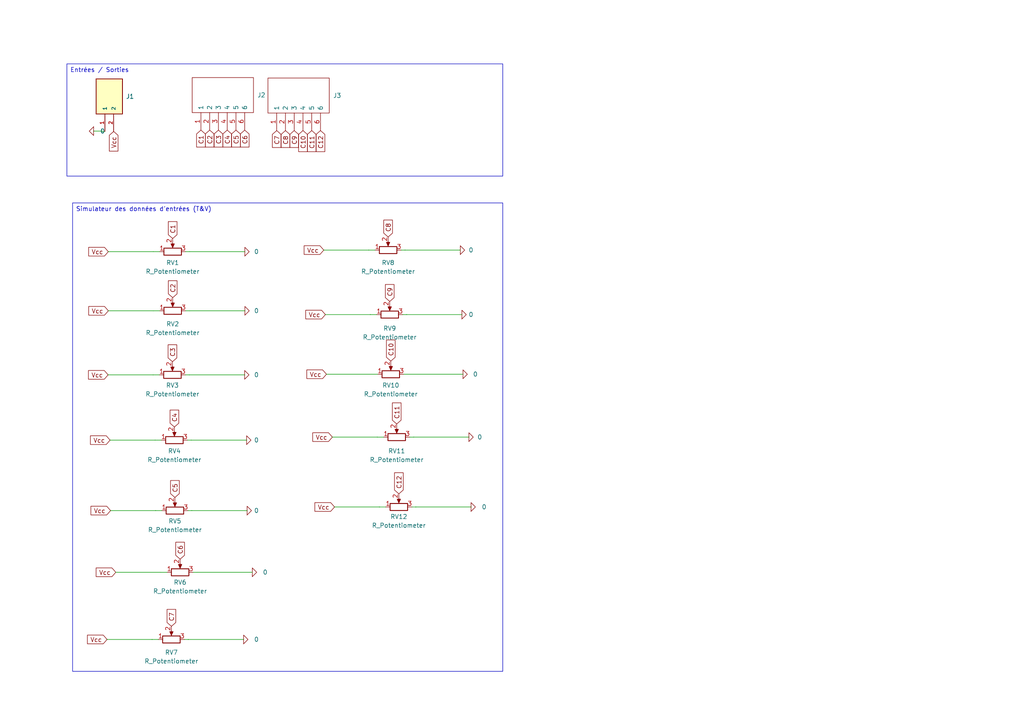
<source format=kicad_sch>
(kicad_sch (version 20231120) (generator "eeschema") (generator_version "8.0")
  (paper "A4")
  (lib_symbols
    (symbol "Device:R_Potentiometer" (pin_names (offset 1.016) hide)
      (property "Reference" "RV" (at -4.445 0 90))
      (property "Value" "R_Potentiometer" (at -2.54 0 90))
      (symbol "R_Potentiometer_0_1"
        (polyline (pts (xy 2.54 0) (xy 1.524 0)))
        (polyline (pts (xy 1.143 0) (xy 2.286 0.508) (xy 2.286 -0.508) (xy 1.143 0)) (fill (type outline)))
        (rectangle (start 1.016 2.54) (end -1.016 -2.54) (stroke (width 0.254)))
      )
      (symbol "R_Potentiometer_1_1"
        (pin passive line (at 0 3.81 270) (length 1.27) (name "1") (number "1"))
        (pin passive line (at 3.81 0 180) (length 1.27) (name "2") (number "2"))
        (pin passive line (at 0 -3.81 90) (length 1.27) (name "3") (number "3"))
      )
    )
    (symbol "EPSA_lib:2P Droit 22-11-2022" (pin_names (offset 1.016))
      (property "Reference" "J" (at 0 -2.54 0))
      (symbol "2P Droit 22-11-2022_0_0"
        (rectangle (start -5.08 2.54) (end 5.08 -5.08) (stroke (width 0.254)) (fill (type background)))
        (pin passive line (at -10.16 0 0) (length 5.08) (name "1") (number "1"))
        (pin passive line (at -10.16 -2.54 0) (length 5.08) (name "2") (number "2"))
      )
    )
    (symbol "EPSA_lib:6P Droit 22-11-2062" (pin_names (offset 0.762))
      (property "Reference" "J" (at 10.16 -6.35 0))
      (symbol "6P Droit 22-11-2062_0_0"
        (pin passive line (at 0 0 0) (length 5.08) (name "1") (number "1"))
        (pin passive line (at 0 -2.54 0) (length 5.08) (name "2") (number "2"))
        (pin passive line (at 0 -5.08 0) (length 5.08) (name "3") (number "3"))
        (pin passive line (at 0 -7.62 0) (length 5.08) (name "4") (number "4"))
        (pin passive line (at 0 -10.16 0) (length 5.08) (name "5") (number "5"))
        (pin passive line (at 0 -12.7 0) (length 5.08) (name "6") (number "6"))
      )
      (symbol "6P Droit 22-11-2062_0_1"
        (polyline (pts (xy 5.08 2.54) (xy 15.24 2.54) (xy 15.24 -15.24) (xy 5.08 -15.24) (xy 5.08 2.54)) (stroke (width 0.1524)))
      )
    )
    (symbol "Simulation_SPICE:0" (power) (pin_numbers hide) (pin_names (offset 0) hide)
      (property "Value" "0" (at 0 -2.54 0))
      (symbol "0_0_1"
        (polyline (pts (xy -1.27 0) (xy 0 -1.27) (xy 1.27 0) (xy -1.27 0)))
      )
      (symbol "0_1_1"
        (pin power_in line (at 0 0 0) (length 0) (name "~") (number "1"))
      )
    )
  )
  (wire (pts (xy 110.0793 147.0438) (xy 110.0793 147.0464)))
  (wire (pts (xy 31.0543 185.4696) (xy 44.1091 185.4696)))
  (wire (pts (xy 45.1252 148.0951) (xy 46.9214 148.0951)))
  (wire (pts (xy 71.0139 72.9942) (xy 54.9791 72.9942)))
  (wire (pts (xy 31.3559 108.7227) (xy 44.4107 108.7227)))
  (wire (pts (xy 107.4296 91.2455) (xy 109.2258 91.2455)))
  (wire (pts (xy 54.6182 185.4696) (xy 54.6182 185.4722)))
  (wire (pts (xy 44.47 72.9968) (xy 46.2662 72.9968)))
  (wire (pts (xy 109.4559 126.7809) (xy 109.4559 126.7835)))
  (wire (pts (xy 46.6349 165.9848) (xy 46.6349 165.9874)))
  (wire (pts (xy 32.0704 148.0925) (xy 45.1252 148.0925)))
  (wire (pts (xy 29.6719 38.1317) (xy 30.4254 38.1317)))
  (wire (pts (xy 117.4711 72.5387) (xy 117.4711 72.5413)))
  (wire (pts (xy 117.9387 91.2455) (xy 116.8458 91.2455)))
  (wire (pts (xy 97.0245 147.0438) (xy 110.0793 147.0438)))
  (wire (pts (xy 94.6865 108.5443) (xy 107.7413 108.5443)))
  (wire (pts (xy 54.9198 108.7227) (xy 54.9198 108.7253)))
  (wire (pts (xy 44.9823 127.66) (xy 46.7785 127.66)))
  (wire (pts (xy 45.1252 148.0925) (xy 45.1252 148.0951)))
  (wire (pts (xy 117.4711 72.5413) (xy 116.3782 72.5413)))
  (wire (pts (xy 106.962 72.5413) (xy 108.7582 72.5413)))
  (wire (pts (xy 57.144 165.9874) (xy 56.0511 165.9874)))
  (wire (pts (xy 44.4107 108.7227) (xy 44.4107 108.7253)))
  (wire (pts (xy 27.1541 38.0281) (xy 29.6719 38.0281)))
  (wire (pts (xy 118.2504 108.5469) (xy 117.1575 108.5469)))
  (wire (pts (xy 29.6719 38.0281) (xy 29.6719 38.1317)))
  (wire (pts (xy 119.965 126.7835) (xy 118.8721 126.7835)))
  (wire (pts (xy 133.5059 72.5387) (xy 117.4711 72.5387)))
  (wire (pts (xy 71.026 90.1452) (xy 54.9912 90.1452)))
  (wire (pts (xy 94.3748 91.2429) (xy 107.4296 91.2429)))
  (wire (pts (xy 54.9912 90.1478) (xy 53.8983 90.1478)))
  (wire (pts (xy 44.1091 185.4696) (xy 44.1091 185.4722)))
  (wire (pts (xy 93.9072 72.5387) (xy 106.962 72.5387)))
  (wire (pts (xy 110.0793 147.0464) (xy 111.8755 147.0464)))
  (wire (pts (xy 73.1788 165.9848) (xy 57.144 165.9848)))
  (wire (pts (xy 54.9198 108.7253) (xy 53.8269 108.7253)))
  (wire (pts (xy 133.9735 91.2429) (xy 117.9387 91.2429)))
  (wire (pts (xy 44.4821 90.1478) (xy 46.2783 90.1478)))
  (wire (pts (xy 106.962 72.5387) (xy 106.962 72.5413)))
  (wire (pts (xy 44.1091 185.4722) (xy 45.9053 185.4722)))
  (wire (pts (xy 54.9791 72.9942) (xy 54.9791 72.9968)))
  (wire (pts (xy 44.9823 127.6574) (xy 44.9823 127.66)))
  (wire (pts (xy 134.2852 108.5443) (xy 118.2504 108.5443)))
  (wire (pts (xy 33.5801 165.9848) (xy 46.6349 165.9848)))
  (wire (pts (xy 55.4914 127.6574) (xy 55.4914 127.66)))
  (wire (pts (xy 55.4914 127.66) (xy 54.3985 127.66)))
  (wire (pts (xy 44.47 72.9942) (xy 44.47 72.9968)))
  (wire (pts (xy 31.4152 72.9942) (xy 44.47 72.9942)))
  (wire (pts (xy 135.9998 126.7809) (xy 119.965 126.7809)))
  (wire (pts (xy 57.144 165.9848) (xy 57.144 165.9874)))
  (wire (pts (xy 107.7413 108.5443) (xy 107.7413 108.5469)))
  (wire (pts (xy 44.4107 108.7253) (xy 46.2069 108.7253)))
  (wire (pts (xy 71.5262 127.6574) (xy 55.4914 127.6574)))
  (wire (pts (xy 96.4011 126.7809) (xy 109.4559 126.7809)))
  (wire (pts (xy 54.9791 72.9968) (xy 53.8862 72.9968)))
  (wire (pts (xy 55.6343 148.0951) (xy 54.5414 148.0951)))
  (wire (pts (xy 119.965 126.7809) (xy 119.965 126.7835)))
  (wire (pts (xy 71.6691 148.0925) (xy 55.6343 148.0925)))
  (wire (pts (xy 120.5884 147.0464) (xy 119.4955 147.0464)))
  (wire (pts (xy 107.4296 91.2429) (xy 107.4296 91.2455)))
  (wire (pts (xy 117.9387 91.2429) (xy 117.9387 91.2455)))
  (wire (pts (xy 54.6182 185.4722) (xy 53.5253 185.4722)))
  (wire (pts (xy 70.653 185.4696) (xy 54.6182 185.4696)))
  (wire (pts (xy 44.4821 90.1452) (xy 44.4821 90.1478)))
  (wire (pts (xy 109.4559 126.7835) (xy 111.2521 126.7835)))
  (wire (pts (xy 31.9275 127.6574) (xy 44.9823 127.6574)))
  (wire (pts (xy 55.6343 148.0925) (xy 55.6343 148.0951)))
  (wire (pts (xy 120.5884 147.0438) (xy 120.5884 147.0464)))
  (wire (pts (xy 107.7413 108.5469) (xy 109.5375 108.5469)))
  (wire (pts (xy 70.9546 108.7227) (xy 54.9198 108.7227)))
  (wire (pts (xy 54.9912 90.1452) (xy 54.9912 90.1478)))
  (wire (pts (xy 46.6349 165.9874) (xy 48.4311 165.9874)))
  (wire (pts (xy 136.6232 147.0438) (xy 120.5884 147.0438)))
  (wire (pts (xy 118.2504 108.5443) (xy 118.2504 108.5469)))
  (wire (pts (xy 31.4273 90.1452) (xy 44.4821 90.1452)))
  (text_box "Entrées / Sorties" (at 19.403 18.5291 0) (size 126.4216 32.5488) (effects (font (size 1.27 1.27)) (justify left top)))
  (text_box "Simulateur des données d'entrées (T&V)" (at 21.0541 58.8613 0) (size 124.7705 135.8561) (effects (font (size 1.27 1.27)) (justify left top)))
  (global_label "Vcc" (shape input) (at 94.6865 108.5443 180) (property "Intersheetrefs" "${INTERSHEET_REFS}" (effects (hide yes))))
  (global_label "C5" (shape input) (at 50.7314 144.2851 90) (property "Intersheetrefs" "${INTERSHEET_REFS}" (effects (hide yes))))
  (global_label "C9" (shape input) (at 85.3352 37.8697 270) (property "Intersheetrefs" "${INTERSHEET_REFS}" (effects (hide yes))))
  (global_label "C11" (shape input) (at 90.4152 37.8697 270) (property "Intersheetrefs" "${INTERSHEET_REFS}" (effects (hide yes))))
  (global_label "C3" (shape input) (at 50.0169 104.9153 90) (property "Intersheetrefs" "${INTERSHEET_REFS}" (effects (hide yes))))
  (global_label "Vcc" (shape input) (at 93.9072 72.5387 180) (property "Intersheetrefs" "${INTERSHEET_REFS}" (effects (hide yes))))
  (global_label "C10" (shape input) (at 113.3475 104.7369 90) (property "Intersheetrefs" "${INTERSHEET_REFS}" (effects (hide yes))))
  (global_label "C2" (shape input) (at 60.8185 37.7391 270) (property "Intersheetrefs" "${INTERSHEET_REFS}" (effects (hide yes))))
  (global_label "C8" (shape input) (at 82.7952 37.8697 270) (property "Intersheetrefs" "${INTERSHEET_REFS}" (effects (hide yes))))
  (global_label "Vcc" (shape input) (at 31.3559 108.7227 180) (property "Intersheetrefs" "${INTERSHEET_REFS}" (effects (hide yes))))
  (global_label "Vcc" (shape input) (at 31.4152 72.9942 180) (property "Intersheetrefs" "${INTERSHEET_REFS}" (effects (hide yes))))
  (global_label "C6" (shape input) (at 70.9785 37.7391 270) (property "Intersheetrefs" "${INTERSHEET_REFS}" (effects (hide yes))))
  (global_label "C5" (shape input) (at 68.4385 37.7391 270) (property "Intersheetrefs" "${INTERSHEET_REFS}" (effects (hide yes))))
  (global_label "C11" (shape input) (at 115.0621 122.9735 90) (property "Intersheetrefs" "${INTERSHEET_REFS}" (effects (hide yes))))
  (global_label "C7" (shape input) (at 80.2552 37.8697 270) (property "Intersheetrefs" "${INTERSHEET_REFS}" (effects (hide yes))))
  (global_label "Vcc" (shape input) (at 96.4011 126.7809 180) (property "Intersheetrefs" "${INTERSHEET_REFS}" (effects (hide yes))))
  (global_label "C3" (shape input) (at 63.3585 37.7391 270) (property "Intersheetrefs" "${INTERSHEET_REFS}" (effects (hide yes))))
  (global_label "Vcc" (shape input) (at 32.0704 148.0925 180) (property "Intersheetrefs" "${INTERSHEET_REFS}" (effects (hide yes))))
  (global_label "C10" (shape input) (at 87.8752 37.8697 270) (property "Intersheetrefs" "${INTERSHEET_REFS}" (effects (hide yes))))
  (global_label "Vcc" (shape input) (at 97.0245 147.0438 180) (property "Intersheetrefs" "${INTERSHEET_REFS}" (effects (hide yes))))
  (global_label "C12" (shape input) (at 115.6855 143.2364 90) (property "Intersheetrefs" "${INTERSHEET_REFS}" (effects (hide yes))))
  (global_label "C7" (shape input) (at 49.7153 181.6622 90) (property "Intersheetrefs" "${INTERSHEET_REFS}" (effects (hide yes))))
  (global_label "Vcc" (shape input) (at 32.9654 38.1317 270) (property "Intersheetrefs" "${INTERSHEET_REFS}" (effects (hide yes))))
  (global_label "C1" (shape input) (at 58.2785 37.7391 270) (property "Intersheetrefs" "${INTERSHEET_REFS}" (effects (hide yes))))
  (global_label "C9" (shape input) (at 113.0358 87.4355 90) (property "Intersheetrefs" "${INTERSHEET_REFS}" (effects (hide yes))))
  (global_label "Vcc" (shape input) (at 31.9275 127.6574 180) (property "Intersheetrefs" "${INTERSHEET_REFS}" (effects (hide yes))))
  (global_label "C2" (shape input) (at 50.0883 86.3378 90) (property "Intersheetrefs" "${INTERSHEET_REFS}" (effects (hide yes))))
  (global_label "Vcc" (shape input) (at 94.3748 91.2429 180) (property "Intersheetrefs" "${INTERSHEET_REFS}" (effects (hide yes))))
  (global_label "Vcc" (shape input) (at 31.0543 185.4696 180) (property "Intersheetrefs" "${INTERSHEET_REFS}" (effects (hide yes))))
  (global_label "C4" (shape input) (at 65.8985 37.7391 270) (property "Intersheetrefs" "${INTERSHEET_REFS}" (effects (hide yes))))
  (global_label "C6" (shape input) (at 52.2411 162.1774 90) (property "Intersheetrefs" "${INTERSHEET_REFS}" (effects (hide yes))))
  (global_label "Vcc" (shape input) (at 33.5801 165.9848 180) (property "Intersheetrefs" "${INTERSHEET_REFS}" (effects (hide yes))))
  (global_label "C8" (shape input) (at 112.5682 68.7313 90) (property "Intersheetrefs" "${INTERSHEET_REFS}" (effects (hide yes))))
  (global_label "C4" (shape input) (at 50.5885 123.85 90) (property "Intersheetrefs" "${INTERSHEET_REFS}" (effects (hide yes))))
  (global_label "C12" (shape input) (at 92.9552 37.8697 270) (property "Intersheetrefs" "${INTERSHEET_REFS}" (effects (hide yes))))
  (global_label "C1" (shape input) (at 50.0762 69.1868 90) (property "Intersheetrefs" "${INTERSHEET_REFS}" (effects (hide yes))))
  (global_label "Vcc" (shape input) (at 31.4273 90.1452 180) (property "Intersheetrefs" "${INTERSHEET_REFS}" (effects (hide yes))))
  (symbol (lib_id "Simulation_SPICE:0") (at 71.6691 148.0925 90) (unit 1)
    (property "Reference" "#GND06" (effects (hide yes)))
    (property "Value" "0" (at 73.66 148.0924 90) (effects (justify right)))
    (property "Datasheet" "https://ngspice.sourceforge.io/docs/ngspice-html-manual/manual.xhtml#subsec_Circuit_elements__device" (effects (hide yes)))
    (property "Description" "0V reference potential for simulation" (effects (hide yes)))
  )
  (symbol (lib_id "Device:R_Potentiometer") (at 50.0883 90.1478 90) (unit 1)
    (property "Reference" "RV2" (at 50.0883 93.98 90))
    (property "Value" "R_Potentiometer" (at 50.0883 96.52 90))
    (property "Description" "Potentiometer" (effects (hide yes)))
  )
  (symbol (lib_id "Device:R_Potentiometer") (at 50.5885 127.66 90) (unit 1)
    (property "Reference" "RV4" (at 50.5885 130.81 90))
    (property "Value" "R_Potentiometer" (at 50.5885 133.35 90))
    (property "Description" "Potentiometer" (effects (hide yes)))
  )
  (symbol (lib_id "Simulation_SPICE:0") (at 71.5262 127.6574 90) (unit 1)
    (property "Reference" "#GND05" (effects (hide yes)))
    (property "Value" "0" (at 73.66 127.6573 90) (effects (justify right)))
    (property "Datasheet" "https://ngspice.sourceforge.io/docs/ngspice-html-manual/manual.xhtml#subsec_Circuit_elements__device" (effects (hide yes)))
    (property "Description" "0V reference potential for simulation" (effects (hide yes)))
  )
  (symbol (lib_id "Simulation_SPICE:0") (at 71.0139 72.9942 90) (unit 1)
    (property "Reference" "#GND02" (effects (hide yes)))
    (property "Value" "0" (at 73.66 72.9941 90) (effects (justify right)))
    (property "Datasheet" "https://ngspice.sourceforge.io/docs/ngspice-html-manual/manual.xhtml#subsec_Circuit_elements__device" (effects (hide yes)))
    (property "Description" "0V reference potential for simulation" (effects (hide yes)))
  )
  (symbol (lib_id "Simulation_SPICE:0") (at 134.2852 108.5443 90) (unit 1)
    (property "Reference" "#GND011" (effects (hide yes)))
    (property "Value" "0" (at 137.16 108.5442 90) (effects (justify right)))
    (property "Datasheet" "https://ngspice.sourceforge.io/docs/ngspice-html-manual/manual.xhtml#subsec_Circuit_elements__device" (effects (hide yes)))
    (property "Description" "0V reference potential for simulation" (effects (hide yes)))
  )
  (symbol (lib_id "Simulation_SPICE:0") (at 133.5059 72.5387 90) (unit 1)
    (property "Reference" "#GND09" (effects (hide yes)))
    (property "Value" "0" (at 135.89 72.5386 90) (effects (justify right)))
    (property "Datasheet" "https://ngspice.sourceforge.io/docs/ngspice-html-manual/manual.xhtml#subsec_Circuit_elements__device" (effects (hide yes)))
    (property "Description" "0V reference potential for simulation" (effects (hide yes)))
  )
  (symbol (lib_id "Simulation_SPICE:0") (at 136.6232 147.0438 90) (unit 1)
    (property "Reference" "#GND013" (effects (hide yes)))
    (property "Value" "0" (at 139.7 147.0437 90) (effects (justify right)))
    (property "Datasheet" "https://ngspice.sourceforge.io/docs/ngspice-html-manual/manual.xhtml#subsec_Circuit_elements__device" (effects (hide yes)))
    (property "Description" "0V reference potential for simulation" (effects (hide yes)))
  )
  (symbol (lib_id "Device:R_Potentiometer") (at 52.2411 165.9874 90) (unit 1)
    (property "Reference" "RV6" (at 52.2411 168.91 90))
    (property "Value" "R_Potentiometer" (at 52.2411 171.45 90))
    (property "Description" "Potentiometer" (effects (hide yes)))
  )
  (symbol (lib_id "Simulation_SPICE:0") (at 71.026 90.1452 90) (unit 1)
    (property "Reference" "#GND03" (effects (hide yes)))
    (property "Value" "0" (at 73.66 90.1451 90) (effects (justify right)))
    (property "Datasheet" "https://ngspice.sourceforge.io/docs/ngspice-html-manual/manual.xhtml#subsec_Circuit_elements__device" (effects (hide yes)))
    (property "Description" "0V reference potential for simulation" (effects (hide yes)))
  )
  (symbol (lib_id "Simulation_SPICE:0") (at 135.9998 126.7809 90) (unit 1)
    (property "Reference" "#GND012" (effects (hide yes)))
    (property "Value" "0" (at 138.43 126.7808 90) (effects (justify right)))
    (property "Datasheet" "https://ngspice.sourceforge.io/docs/ngspice-html-manual/manual.xhtml#subsec_Circuit_elements__device" (effects (hide yes)))
    (property "Description" "0V reference potential for simulation" (effects (hide yes)))
  )
  (symbol (lib_id "Simulation_SPICE:0") (at 70.9546 108.7227 90) (unit 1)
    (property "Reference" "#GND04" (effects (hide yes)))
    (property "Value" "0" (at 73.66 108.7226 90) (effects (justify right)))
    (property "Datasheet" "https://ngspice.sourceforge.io/docs/ngspice-html-manual/manual.xhtml#subsec_Circuit_elements__device" (effects (hide yes)))
    (property "Description" "0V reference potential for simulation" (effects (hide yes)))
  )
  (symbol (lib_id "Device:R_Potentiometer") (at 50.0762 72.9968 90) (unit 1)
    (property "Reference" "RV1" (at 50.0762 76.2 90))
    (property "Value" "R_Potentiometer" (at 50.0762 78.74 90))
    (property "Description" "Potentiometer" (effects (hide yes)))
  )
  (symbol (lib_id "Device:R_Potentiometer") (at 50.0169 108.7253 90) (unit 1)
    (property "Reference" "RV3" (at 50.0169 111.76 90))
    (property "Value" "R_Potentiometer" (at 50.0169 114.3 90))
    (property "Description" "Potentiometer" (effects (hide yes)))
  )
  (symbol (lib_id "Device:R_Potentiometer") (at 49.7153 185.4722 90) (unit 1)
    (property "Reference" "RV7" (at 49.7153 189.23 90))
    (property "Value" "R_Potentiometer" (at 49.7153 191.77 90))
    (property "Description" "Potentiometer" (effects (hide yes)))
  )
  (symbol (lib_id "Simulation_SPICE:0") (at 70.653 185.4696 90) (unit 1)
    (property "Reference" "#GND08" (effects (hide yes)))
    (property "Value" "0" (at 73.66 185.4695 90) (effects (justify right)))
    (property "Datasheet" "https://ngspice.sourceforge.io/docs/ngspice-html-manual/manual.xhtml#subsec_Circuit_elements__device" (effects (hide yes)))
    (property "Description" "0V reference potential for simulation" (effects (hide yes)))
  )
  (symbol (lib_id "EPSA_lib:2P Droit 22-11-2022") (at 30.4254 27.9717 90) (unit 1)
    (property "Reference" "J1" (at 36.5238 27.9716 90) (effects (justify right)))
    (property "Value" "2P Droit 22-11-2022" (effects (hide yes)))
    (property "Footprint" "EPSA_lib:MOLEX_22-11-2022" (effects (hide yes)))
    (property "Datasheet" "https://www.molex.com/en-us/products/part-detail/22112022?display=pdf" (effects (hide yes)))
    (property "Height" "10.66mm" (effects (hide yes)))
    (property "Render Name" "2P Droit" (effects (hide yes)))
    (property "Manufacturer_Name" "Molex" (effects (hide yes)))
    (property "Manufacturer_Part_Number" "22-11-2022" (effects (hide yes)))
    (property "Mouser Part Number" "538-22-11-2022" (effects (hide yes)))
    (property "Mouser Price/Stock" "https://www.mouser.fr/ProductDetail/Molex/22-11-2022?qs=mrPiglD9aYLq1NGrfjXTJg%3D%3D" (effects (hide yes)))
  )
  (symbol (lib_id "Simulation_SPICE:0") (at 73.1788 165.9848 90) (unit 1)
    (property "Reference" "#GND07" (effects (hide yes)))
    (property "Value" "0" (at 76.2 165.9847 90) (effects (justify right)))
    (property "Datasheet" "https://ngspice.sourceforge.io/docs/ngspice-html-manual/manual.xhtml#subsec_Circuit_elements__device" (effects (hide yes)))
    (property "Description" "0V reference potential for simulation" (effects (hide yes)))
  )
  (symbol (lib_id "Device:R_Potentiometer") (at 115.6855 147.0464 90) (unit 1)
    (property "Reference" "RV12" (at 115.6855 149.86 90))
    (property "Value" "R_Potentiometer" (at 115.6855 152.4 90))
    (property "Description" "Potentiometer" (effects (hide yes)))
  )
  (symbol (lib_id "Device:R_Potentiometer") (at 113.0358 91.2455 90) (unit 1)
    (property "Reference" "RV9" (at 113.0358 95.25 90))
    (property "Value" "R_Potentiometer" (at 113.0358 97.79 90))
    (property "Description" "Potentiometer" (effects (hide yes)))
  )
  (symbol (lib_id "Simulation_SPICE:0") (at 133.9735 91.2429 90) (unit 1)
    (property "Reference" "#GND010" (effects (hide yes)))
    (property "Value" "0" (at 135.89 91.2428 90) (effects (justify right)))
    (property "Datasheet" "https://ngspice.sourceforge.io/docs/ngspice-html-manual/manual.xhtml#subsec_Circuit_elements__device" (effects (hide yes)))
    (property "Description" "0V reference potential for simulation" (effects (hide yes)))
  )
  (symbol (lib_id "EPSA_lib:6P Droit 22-11-2062") (at 80.2552 37.8697 90) (unit 1)
    (property "Reference" "J3" (at 96.6005 27.7096 90) (effects (justify right)))
    (property "Value" "6P Droit 22-11-2062" (effects (hide yes)))
    (property "Footprint" "EPSA_lib:HDRV6W87P0X254_1X6_1509X635X1092P" (effects (hide yes)))
    (property "Datasheet" "http://www.molex.com/pdm_docs/sd/022112062_sd.pdf" (effects (hide yes)))
    (property "Description" "2.54mm,header,KK,vert,Au,frictn lock,6w Molex KK Series, Series Number 6373, 2.54mm Pitch 6 Way 1 Row Straight PCB Header, Solder Termination" (effects (hide yes)))
    (property "Height" "10.92" (effects (hide yes)))
    (property "Manufacturer_Name" "Molex" (effects (hide yes)))
    (property "Manufacturer_Part_Number" "22-11-2062" (effects (hide yes)))
    (property "Mouser Part Number" "538-22-11-2062" (effects (hide yes)))
    (property "Mouser Price/Stock" "https://www.mouser.co.uk/ProductDetail/Molex/22-11-2062?qs=P7cO%252B%252BFDLzRTJGp6b0JM3g%3D%3D" (effects (hide yes)))
    (property "Render Name" "6P Droit" (effects (hide yes)))
  )
  (symbol (lib_id "Device:R_Potentiometer") (at 50.7314 148.0951 90) (unit 1)
    (property "Reference" "RV5" (at 50.7314 151.13 90))
    (property "Value" "R_Potentiometer" (at 50.7314 153.67 90))
    (property "Description" "Potentiometer" (effects (hide yes)))
  )
  (symbol (lib_id "Device:R_Potentiometer") (at 113.3475 108.5469 90) (unit 1)
    (property "Reference" "RV10" (at 113.3475 111.76 90))
    (property "Value" "R_Potentiometer" (at 113.3475 114.3 90))
    (property "Description" "Potentiometer" (effects (hide yes)))
  )
  (symbol (lib_id "Simulation_SPICE:0") (at 27.1541 38.0281 270) (unit 1)
    (property "Reference" "#GND01" (effects (hide yes)))
    (property "Value" "0" (at 29.0294 38.028 90) (effects (justify left)))
    (property "Datasheet" "https://ngspice.sourceforge.io/docs/ngspice-html-manual/manual.xhtml#subsec_Circuit_elements__device" (effects (hide yes)))
    (property "Description" "0V reference potential for simulation" (effects (hide yes)))
  )
  (symbol (lib_id "Device:R_Potentiometer") (at 112.5682 72.5413 90) (unit 1)
    (property "Reference" "RV8" (at 112.5682 76.2 90))
    (property "Value" "R_Potentiometer" (at 112.5682 78.74 90))
    (property "Description" "Potentiometer" (effects (hide yes)))
  )
  (symbol (lib_id "EPSA_lib:6P Droit 22-11-2062") (at 58.2785 37.7391 90) (unit 1)
    (property "Reference" "J2" (at 74.6238 27.579 90) (effects (justify right)))
    (property "Value" "6P Droit 22-11-2062" (effects (hide yes)))
    (property "Footprint" "EPSA_lib:HDRV6W87P0X254_1X6_1509X635X1092P" (effects (hide yes)))
    (property "Datasheet" "http://www.molex.com/pdm_docs/sd/022112062_sd.pdf" (effects (hide yes)))
    (property "Description" "2.54mm,header,KK,vert,Au,frictn lock,6w Molex KK Series, Series Number 6373, 2.54mm Pitch 6 Way 1 Row Straight PCB Header, Solder Termination" (effects (hide yes)))
    (property "Height" "10.92" (effects (hide yes)))
    (property "Manufacturer_Name" "Molex" (effects (hide yes)))
    (property "Manufacturer_Part_Number" "22-11-2062" (effects (hide yes)))
    (property "Mouser Part Number" "538-22-11-2062" (effects (hide yes)))
    (property "Mouser Price/Stock" "https://www.mouser.co.uk/ProductDetail/Molex/22-11-2062?qs=P7cO%252B%252BFDLzRTJGp6b0JM3g%3D%3D" (effects (hide yes)))
    (property "Render Name" "6P Droit" (effects (hide yes)))
  )
  (symbol (lib_id "Device:R_Potentiometer") (at 115.0621 126.7835 90) (unit 1)
    (property "Reference" "RV11" (at 115.0621 130.81 90))
    (property "Value" "R_Potentiometer" (at 115.0621 133.35 90))
    (property "Description" "Potentiometer" (effects (hide yes)))
  )
)
</source>
